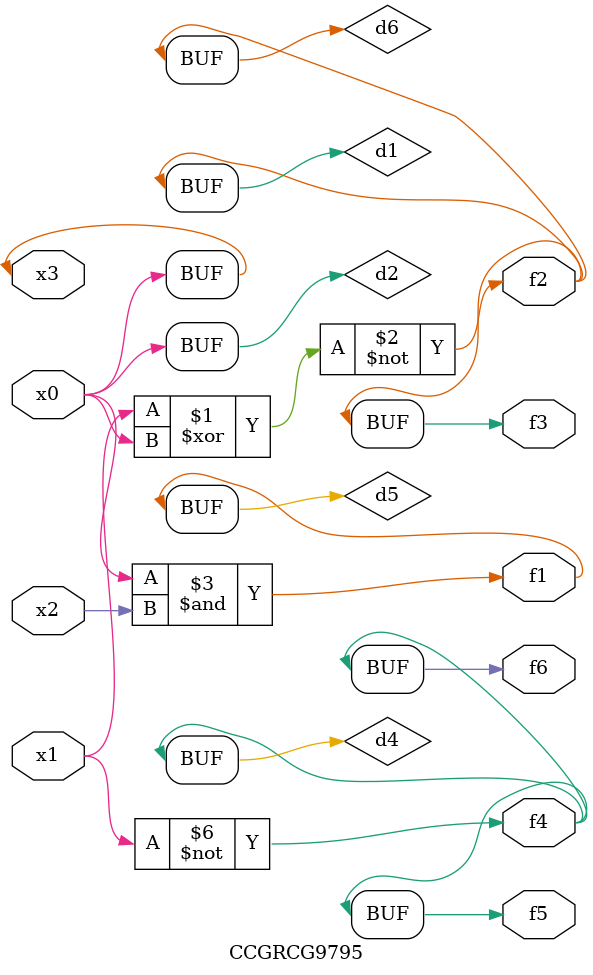
<source format=v>
module CCGRCG9795(
	input x0, x1, x2, x3,
	output f1, f2, f3, f4, f5, f6
);

	wire d1, d2, d3, d4, d5, d6;

	xnor (d1, x1, x3);
	buf (d2, x0, x3);
	nand (d3, x0, x2);
	not (d4, x1);
	nand (d5, d3);
	or (d6, d1);
	assign f1 = d5;
	assign f2 = d6;
	assign f3 = d6;
	assign f4 = d4;
	assign f5 = d4;
	assign f6 = d4;
endmodule

</source>
